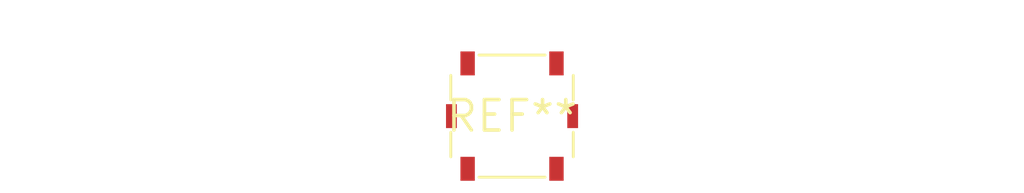
<source format=kicad_pcb>
(kicad_pcb (version 20240108) (generator pcbnew)
  (layers (0 "F.Cu" signal) (31 "B.Cu" signal) (34 "B.Paste" user) (35 "F.Paste" user) (36 "B.SilkS" user "B.Silkscreen") (37 "F.SilkS" user "F.Silkscreen") (38 "B.Mask" user) (39 "F.Mask" user) (44 "Edge.Cuts" user))
  (net 0 "")
  (footprint "SW_SPST_Panasonic_EVQPL_3PL_5PL_PT_A15" (layer "F.Cu") (at 0 0)
    (property "Reference" "REF**")
    (property "Value" "SW_SPST_Panasonic_EVQPL_3PL_5PL_PT_A15")
    (fp_line (start -2.55 -1.7) (end -2.55 -0.675) (layer "F.SilkS") (stroke (width 0.12)))
    (fp_line (start -2.55 0.675) (end -2.55 1.7) (layer "F.SilkS") (stroke (width 0.12)))
    (fp_line (start -1.375 -2.55) (end 1.375 -2.55) (layer "F.SilkS") (stroke (width 0.12)))
    (fp_line (start -1.375 2.55) (end 1.375 2.55) (layer "F.SilkS") (stroke (width 0.12)))
    (fp_line (start 2.55 -1.7) (end 2.55 -0.675) (layer "F.SilkS") (stroke (width 0.12)))
    (fp_line (start 2.55 0.675) (end 2.55 1.7) (layer "F.SilkS") (stroke (width 0.12)))
    (pad "0" smd rect (at -2.525 0) (size 0.45 1) (layers "F.Cu" "F.Paste" "F.Mask"))
    (pad "0" smd rect (at 2.525 0) (size 0.45 1) (layers "F.Cu" "F.Paste" "F.Mask"))
    (pad "1" smd rect (at -1.85 -2.2) (size 0.6 1) (layers "F.Cu" "F.Paste" "F.Mask"))
    (pad "1" smd rect (at -1.85 2.2) (size 0.6 1) (layers "F.Cu" "F.Paste" "F.Mask"))
    (pad "2" smd rect (at 1.85 -2.2) (size 0.6 1) (layers "F.Cu" "F.Paste" "F.Mask"))
    (pad "2" smd rect (at 1.85 2.2) (size 0.6 1) (layers "F.Cu" "F.Paste" "F.Mask"))
  )
)
</source>
